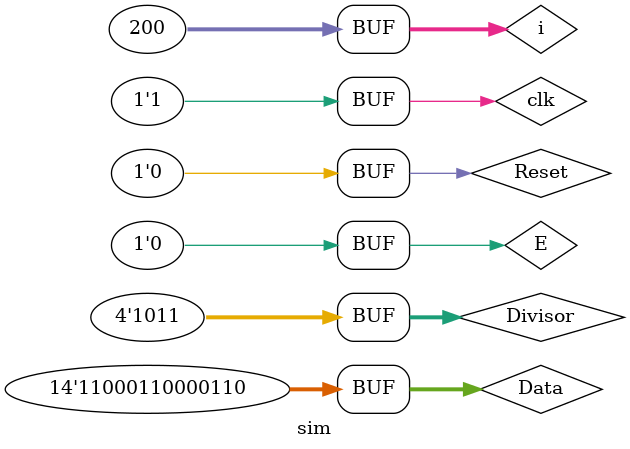
<source format=sv>
`timescale 1ns / 1ps 
module sim; 
reg [13:0] Data;
reg [3:0] Divisor;
reg Reset, clk, E;
wire [2:0] CRC; 
integer i; 
  ASM A (.Data(Data),.Divisor(Divisor),.clk(clk),.Reset(Reset),.E(E),.CRC(CRC)); 
  initial begin 
   $dumpfile("dump.vcd"); 
    $dumpvars(1);  
    clk=1; 
    #5 Reset=0; 
    #3 Reset=1; E=0; 
    #4 Reset=1; Data=14'b11010011101100; Divisor=4'b1011; E=1; 
    #50 Reset=1; E=0;
    #4 Reset=1; Data=14'b11000110000110; Divisor=4'b1011; E=1; 
    #50 Reset=1; E=0;
    #4 Reset=0;   
   
  end 

  initial begin 
    for (i=0;i<200;i=i+1)
      begin 
        #10 clk<=~clk; 
      end 
  end 
  
endmodule
  
</source>
